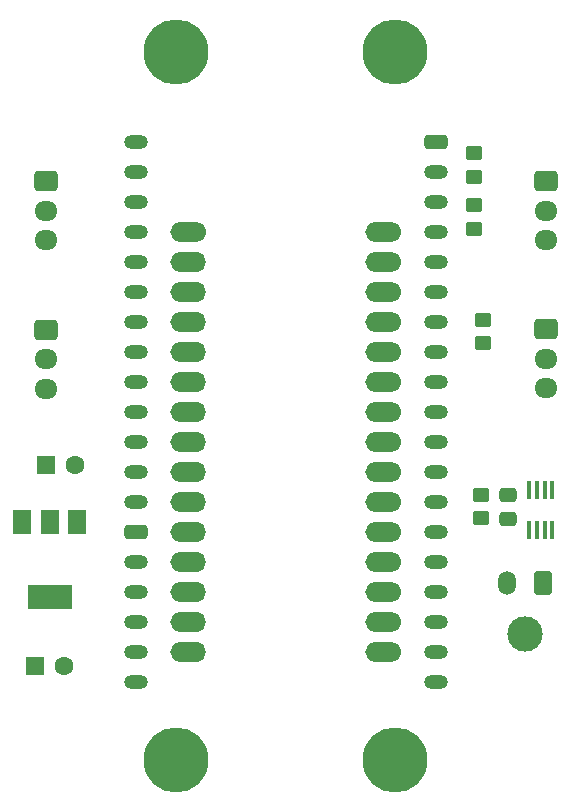
<source format=gbr>
%TF.GenerationSoftware,KiCad,Pcbnew,(6.0.0-0)*%
%TF.CreationDate,2022-11-20T21:56:22+02:00*%
%TF.ProjectId,realant_esp32,7265616c-616e-4745-9f65-737033322e6b,1.2*%
%TF.SameCoordinates,Original*%
%TF.FileFunction,Soldermask,Top*%
%TF.FilePolarity,Negative*%
%FSLAX46Y46*%
G04 Gerber Fmt 4.6, Leading zero omitted, Abs format (unit mm)*
G04 Created by KiCad (PCBNEW (6.0.0-0)) date 2022-11-20 21:56:22*
%MOMM*%
%LPD*%
G01*
G04 APERTURE LIST*
G04 Aperture macros list*
%AMRoundRect*
0 Rectangle with rounded corners*
0 $1 Rounding radius*
0 $2 $3 $4 $5 $6 $7 $8 $9 X,Y pos of 4 corners*
0 Add a 4 corners polygon primitive as box body*
4,1,4,$2,$3,$4,$5,$6,$7,$8,$9,$2,$3,0*
0 Add four circle primitives for the rounded corners*
1,1,$1+$1,$2,$3*
1,1,$1+$1,$4,$5*
1,1,$1+$1,$6,$7*
1,1,$1+$1,$8,$9*
0 Add four rect primitives between the rounded corners*
20,1,$1+$1,$2,$3,$4,$5,0*
20,1,$1+$1,$4,$5,$6,$7,0*
20,1,$1+$1,$6,$7,$8,$9,0*
20,1,$1+$1,$8,$9,$2,$3,0*%
G04 Aperture macros list end*
%ADD10C,5.500000*%
%ADD11RoundRect,0.250000X-0.725000X0.600000X-0.725000X-0.600000X0.725000X-0.600000X0.725000X0.600000X0*%
%ADD12O,1.950000X1.700000*%
%ADD13RoundRect,0.250000X-0.450000X0.350000X-0.450000X-0.350000X0.450000X-0.350000X0.450000X0.350000X0*%
%ADD14R,1.600000X1.600000*%
%ADD15C,1.600000*%
%ADD16RoundRect,0.250000X0.450000X-0.350000X0.450000X0.350000X-0.450000X0.350000X-0.450000X-0.350000X0*%
%ADD17O,3.000000X1.700000*%
%ADD18C,1.700000*%
%ADD19O,1.700000X1.700000*%
%ADD20R,1.500000X2.000000*%
%ADD21R,3.800000X2.000000*%
%ADD22C,3.000000*%
%ADD23RoundRect,0.250001X0.499999X0.759999X-0.499999X0.759999X-0.499999X-0.759999X0.499999X-0.759999X0*%
%ADD24O,1.500000X2.020000*%
%ADD25RoundRect,0.250000X-0.475000X0.337500X-0.475000X-0.337500X0.475000X-0.337500X0.475000X0.337500X0*%
%ADD26RoundRect,0.300000X-0.700000X0.300000X-0.700000X-0.300000X0.700000X-0.300000X0.700000X0.300000X0*%
%ADD27O,2.000000X1.200000*%
%ADD28R,0.300000X1.600000*%
G04 APERTURE END LIST*
D10*
%TO.C,REF\u002A\u002A*%
X86000000Y-119000000D03*
%TD*%
D11*
%TO.C,J1*%
X74930000Y-70000000D03*
D12*
X74930000Y-72500000D03*
X74930000Y-75000000D03*
%TD*%
D13*
%TO.C,R2*%
X111760000Y-96520000D03*
X111760000Y-98520000D03*
%TD*%
D11*
%TO.C,J4*%
X117300000Y-82500000D03*
D12*
X117300000Y-85000000D03*
X117300000Y-87500000D03*
%TD*%
D10*
%TO.C,REF\u002A\u002A*%
X104500000Y-119000000D03*
%TD*%
D13*
%TO.C,R4*%
X111200000Y-72000000D03*
X111200000Y-74000000D03*
%TD*%
D14*
%TO.C,C2*%
X74000000Y-111000000D03*
D15*
X76500000Y-111000000D03*
%TD*%
D16*
%TO.C,R3*%
X111940000Y-83700000D03*
X111940000Y-81700000D03*
%TD*%
D11*
%TO.C,J3*%
X117320000Y-70000000D03*
D12*
X117320000Y-72500000D03*
X117320000Y-75000000D03*
%TD*%
D13*
%TO.C,R1*%
X111200000Y-67600000D03*
X111200000Y-69600000D03*
%TD*%
D14*
%TO.C,C3*%
X74930000Y-93980000D03*
D15*
X77430000Y-93980000D03*
%TD*%
D17*
%TO.C,U2*%
X103505000Y-109855000D03*
D18*
X104140000Y-109855000D03*
X102870000Y-109855000D03*
D19*
X102870000Y-107315000D03*
D18*
X104140000Y-107315000D03*
D17*
X103505000Y-107315000D03*
X103505000Y-104775000D03*
D19*
X102870000Y-104775000D03*
D18*
X104140000Y-104775000D03*
D19*
X102870000Y-102235000D03*
D18*
X104140000Y-102235000D03*
D17*
X103505000Y-102235000D03*
D18*
X104140000Y-99695000D03*
D19*
X102870000Y-99695000D03*
D17*
X103505000Y-99695000D03*
X103505000Y-97155000D03*
D19*
X102870000Y-97155000D03*
D18*
X104140000Y-97155000D03*
D19*
X102870000Y-94615000D03*
D17*
X103505000Y-94615000D03*
D18*
X104140000Y-94615000D03*
D17*
X103505000Y-92075000D03*
D18*
X104140000Y-92075000D03*
D19*
X102870000Y-92075000D03*
D17*
X103505000Y-89535000D03*
D19*
X102870000Y-89535000D03*
D18*
X104140000Y-89535000D03*
D17*
X103505000Y-86995000D03*
D18*
X104140000Y-86995000D03*
D19*
X102870000Y-86995000D03*
D18*
X104140000Y-84455000D03*
D19*
X102870000Y-84455000D03*
D17*
X103505000Y-84455000D03*
X103505000Y-81915000D03*
D18*
X104140000Y-81915000D03*
D19*
X102870000Y-81915000D03*
X102870000Y-79375000D03*
D17*
X103505000Y-79375000D03*
D18*
X104140000Y-79375000D03*
D19*
X102870000Y-76835000D03*
D18*
X104140000Y-76835000D03*
D17*
X103505000Y-76835000D03*
D18*
X104140000Y-74295000D03*
D19*
X102870000Y-74295000D03*
D17*
X103505000Y-74295000D03*
D18*
X87630000Y-74295000D03*
D17*
X86995000Y-74295000D03*
D18*
X86360000Y-74295000D03*
D17*
X86995000Y-76835000D03*
D19*
X87630000Y-76835000D03*
D18*
X86360000Y-76835000D03*
D17*
X86995000Y-79375000D03*
D19*
X87630000Y-79375000D03*
D18*
X86360000Y-79375000D03*
D19*
X87630000Y-81915000D03*
D17*
X86995000Y-81915000D03*
D18*
X86360000Y-81915000D03*
X86360000Y-84455000D03*
D19*
X87630000Y-84455000D03*
D17*
X86995000Y-84455000D03*
D18*
X86360000Y-86995000D03*
D17*
X86995000Y-86995000D03*
D19*
X87630000Y-86995000D03*
D17*
X86995000Y-89535000D03*
D19*
X87630000Y-89535000D03*
D18*
X86360000Y-89535000D03*
X86360000Y-92075000D03*
D19*
X87630000Y-92075000D03*
D17*
X86995000Y-92075000D03*
D19*
X87630000Y-94615000D03*
D17*
X86995000Y-94615000D03*
D18*
X86360000Y-94615000D03*
D19*
X87630000Y-97155000D03*
D17*
X86995000Y-97155000D03*
D18*
X86360000Y-97155000D03*
D17*
X86995000Y-99695000D03*
D18*
X86360000Y-99695000D03*
D19*
X87630000Y-99695000D03*
D18*
X86360000Y-102235000D03*
D17*
X86995000Y-102235000D03*
D19*
X87630000Y-102235000D03*
X87630000Y-104775000D03*
D18*
X86360000Y-104775000D03*
D17*
X86995000Y-104775000D03*
D18*
X86360000Y-107315000D03*
D19*
X87630000Y-107315000D03*
D17*
X86995000Y-107315000D03*
D18*
X86360000Y-109855000D03*
D17*
X86995000Y-109855000D03*
D19*
X87630000Y-109855000D03*
%TD*%
D11*
%TO.C,J2*%
X74930000Y-82550000D03*
D12*
X74930000Y-85050000D03*
X74930000Y-87550000D03*
%TD*%
D20*
%TO.C,U5*%
X77564759Y-98850000D03*
D21*
X75264759Y-105150000D03*
D20*
X75264759Y-98850000D03*
X72964759Y-98850000D03*
%TD*%
D22*
%TO.C,U4*%
X115500000Y-108320000D03*
D23*
X117000000Y-104000000D03*
D24*
X114000000Y-104000000D03*
%TD*%
D10*
%TO.C,REF\u002A\u002A*%
X86000000Y-59000000D03*
%TD*%
D25*
%TO.C,C1*%
X114046000Y-96520000D03*
X114046000Y-98595000D03*
%TD*%
D10*
%TO.C,REF\u002A\u002A*%
X104500000Y-59000000D03*
%TD*%
D26*
%TO.C,U1*%
X107953680Y-66677720D03*
D27*
X107953680Y-69217720D03*
X107953680Y-71757720D03*
X107953680Y-74297720D03*
X107953680Y-76837720D03*
X107953680Y-79377720D03*
X107953680Y-81917720D03*
X107953680Y-84457720D03*
X107953680Y-86997720D03*
X107953680Y-89537720D03*
X107953680Y-92077720D03*
X107953680Y-94617720D03*
X107953680Y-97157720D03*
X107953680Y-99697720D03*
X107953680Y-102237720D03*
X107953680Y-104777720D03*
X107953680Y-107317720D03*
X107950000Y-109855000D03*
X107950000Y-112395000D03*
X82553680Y-112397720D03*
X82553680Y-109857720D03*
X82553680Y-107317720D03*
X82553680Y-104777720D03*
X82553680Y-102237720D03*
D26*
X82553680Y-99697720D03*
D27*
X82553680Y-97157720D03*
X82553680Y-94617720D03*
X82553680Y-92077720D03*
X82553680Y-89537720D03*
X82553680Y-86997720D03*
X82553680Y-84457720D03*
X82553680Y-81917720D03*
X82553680Y-79377720D03*
X82553680Y-76837720D03*
X82553680Y-74297720D03*
X82553680Y-71757720D03*
X82553680Y-69217720D03*
X82553680Y-66677720D03*
%TD*%
D28*
%TO.C,U3*%
X115865000Y-99490000D03*
X116515000Y-99490000D03*
X117165000Y-99490000D03*
X117815000Y-99490000D03*
X117815000Y-96090000D03*
X117165000Y-96090000D03*
X116515000Y-96090000D03*
X115865000Y-96090000D03*
%TD*%
M02*

</source>
